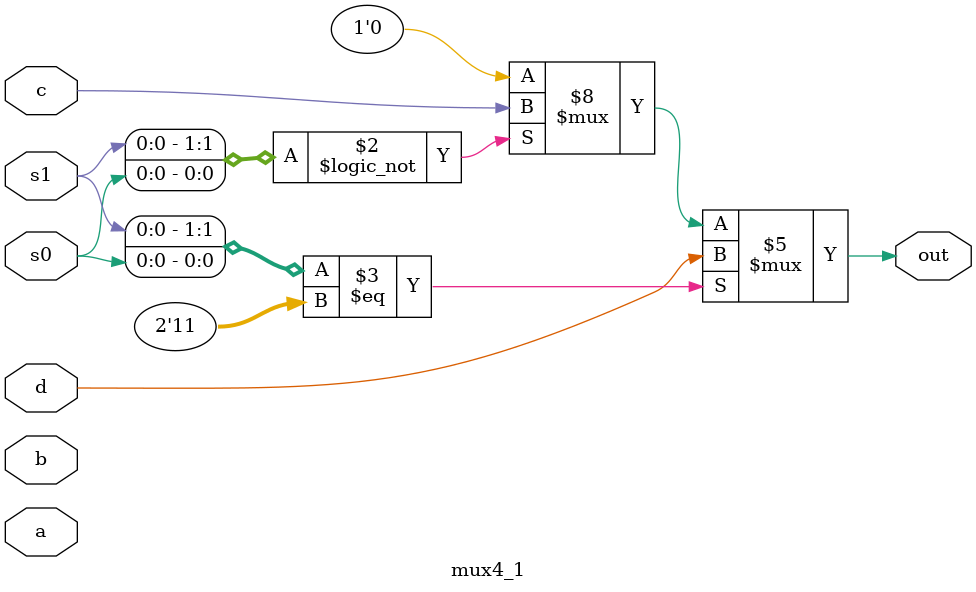
<source format=v>
module mux4_1 (
    input a,
    input b,
    input c,
    input d,
    input s0,
    input s1,
    output reg out
);

    always @(*) begin
        out = 1'b0;
        if({s1,s0} == 2'b00)begin
            out = c;
        end    
        if({s1,s0} == 2'b11)begin
            out = d;
        end
    end
    
endmodule
</source>
